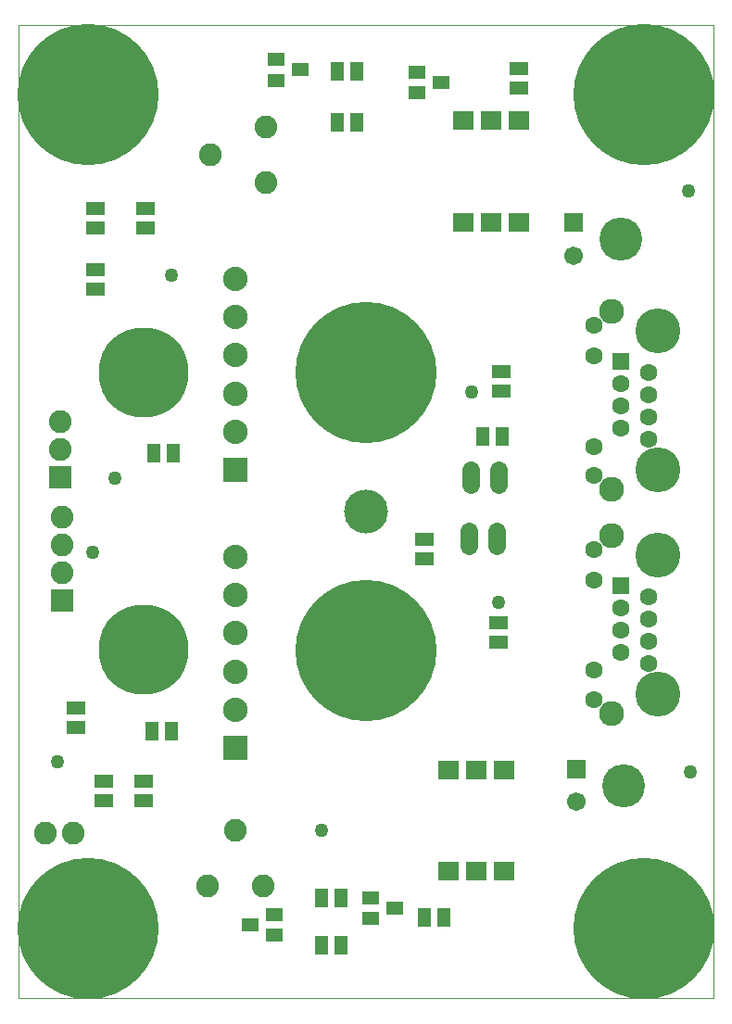
<source format=gts>
G75*
G70*
%OFA0B0*%
%FSLAX24Y24*%
%IPPOS*%
%LPD*%
%AMOC8*
5,1,8,0,0,1.08239X$1,22.5*
%
%ADD10C,0.0000*%
%ADD11R,0.0480X0.0680*%
%ADD12R,0.0880X0.0880*%
%ADD13C,0.0880*%
%ADD14R,0.0670X0.0670*%
%ADD15C,0.0670*%
%ADD16C,0.1544*%
%ADD17R,0.0631X0.0474*%
%ADD18R,0.0680X0.0480*%
%ADD19C,0.0820*%
%ADD20R,0.0781X0.0678*%
%ADD21R,0.0820X0.0820*%
%ADD22R,0.0630X0.0630*%
%ADD23C,0.0630*%
%ADD24C,0.1616*%
%ADD25C,0.0900*%
%ADD26C,0.0640*%
%ADD27C,0.0500*%
%ADD28C,0.1580*%
%ADD29C,0.5080*%
%ADD30C,0.3230*%
D10*
X000140Y000140D02*
X025140Y000140D01*
X025140Y035140D01*
X000140Y035140D01*
X000140Y000140D01*
D11*
X004940Y009740D03*
X005640Y009740D03*
X011040Y003740D03*
X011740Y003740D03*
X011740Y002040D03*
X011040Y002040D03*
X014740Y003040D03*
X015440Y003040D03*
X005690Y019740D03*
X004990Y019740D03*
X011590Y031640D03*
X012290Y031640D03*
X012290Y033490D03*
X011590Y033490D03*
X016840Y020340D03*
X017540Y020340D03*
D12*
X007940Y019140D03*
X007940Y009140D03*
D13*
X007940Y010518D03*
X007940Y011896D03*
X007940Y013274D03*
X007940Y014652D03*
X007940Y016030D03*
X007940Y020518D03*
X007940Y021896D03*
X007940Y023274D03*
X007940Y024652D03*
X007940Y026030D03*
D14*
X020090Y028040D03*
X020190Y008390D03*
D15*
X020190Y007210D03*
X020090Y026860D03*
D16*
X021790Y027450D03*
X021890Y007800D03*
D17*
X013673Y003390D03*
X012807Y003016D03*
X012807Y003764D03*
X009323Y003164D03*
X009323Y002416D03*
X008457Y002790D03*
X014457Y032716D03*
X014457Y033464D03*
X015323Y033090D03*
X010273Y033540D03*
X009407Y033166D03*
X009407Y033914D03*
D18*
X004690Y028540D03*
X004690Y027840D03*
X002890Y027840D03*
X002890Y028540D03*
X002890Y026340D03*
X002890Y025640D03*
X002190Y010590D03*
X002190Y009890D03*
X003190Y007940D03*
X003190Y007240D03*
X004640Y007240D03*
X004640Y007940D03*
X014740Y015940D03*
X014740Y016640D03*
X017390Y013640D03*
X017390Y012940D03*
X017490Y021990D03*
X017490Y022690D03*
X018140Y032890D03*
X018140Y033590D03*
D19*
X009040Y031490D03*
X009040Y029490D03*
X007040Y030490D03*
X001640Y020890D03*
X001640Y019890D03*
X001690Y017440D03*
X001690Y016440D03*
X001690Y015440D03*
X002090Y006090D03*
X001090Y006090D03*
X006940Y004190D03*
X007940Y006190D03*
X008940Y004190D03*
D20*
X015590Y004711D03*
X016590Y004711D03*
X017590Y004711D03*
X017590Y008369D03*
X016590Y008369D03*
X015590Y008369D03*
X016140Y028061D03*
X017140Y028061D03*
X018140Y028061D03*
X018140Y031719D03*
X017140Y031719D03*
X016140Y031719D03*
D21*
X001640Y018890D03*
X001690Y014440D03*
D22*
X021790Y014990D03*
X021790Y023040D03*
D23*
X021790Y022240D03*
X021790Y021440D03*
X021790Y020640D03*
X022790Y020240D03*
X022790Y021040D03*
X022790Y021840D03*
X022790Y022640D03*
X020840Y023240D03*
X020840Y024340D03*
X020840Y019990D03*
X020840Y018940D03*
X020840Y016290D03*
X020840Y015190D03*
X021790Y014190D03*
X021790Y013390D03*
X021790Y012590D03*
X022790Y012190D03*
X022790Y012990D03*
X022790Y013790D03*
X022790Y014590D03*
X020840Y011940D03*
X020840Y010890D03*
D24*
X023140Y011090D03*
X023140Y016090D03*
X023140Y019140D03*
X023140Y024140D03*
D25*
X021470Y024840D03*
X021470Y018440D03*
X021470Y016790D03*
X021470Y010390D03*
D26*
X017340Y016410D02*
X017340Y016970D01*
X016340Y016970D02*
X016340Y016410D01*
X016390Y018610D02*
X016390Y019170D01*
X017390Y019170D02*
X017390Y018610D01*
D27*
X016440Y021940D03*
X017390Y014390D03*
X011040Y006190D03*
X002790Y016190D03*
X003590Y018840D03*
X005640Y026140D03*
X001540Y008640D03*
X024240Y029190D03*
X024290Y008290D03*
D28*
X012640Y017640D03*
D29*
X012640Y022640D03*
X012640Y012640D03*
X022640Y002640D03*
X002640Y002640D03*
X002640Y032640D03*
X022640Y032640D03*
D30*
X004640Y022640D03*
X004640Y012690D03*
M02*

</source>
